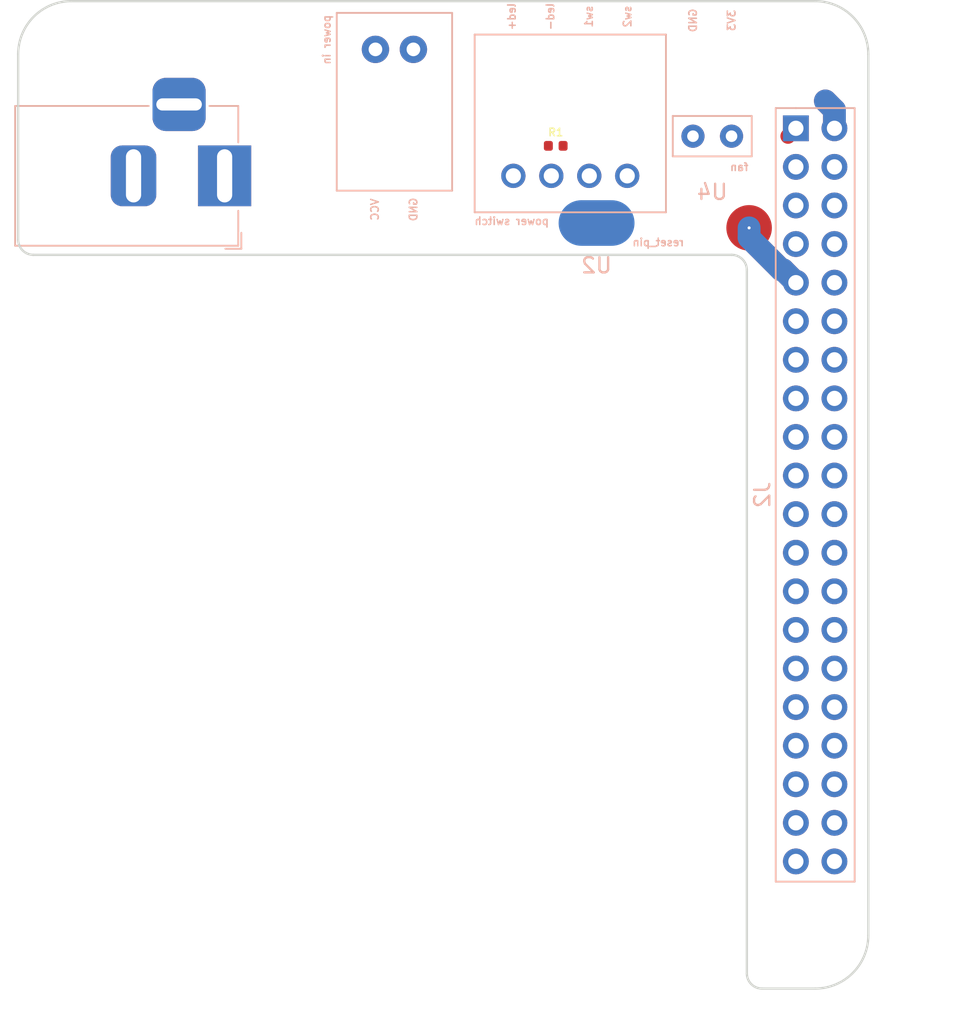
<source format=kicad_pcb>
(kicad_pcb (version 20171130) (host pcbnew "(5.1.4)-1")

  (general
    (thickness 1.6)
    (drawings 24)
    (tracks 15)
    (zones 0)
    (modules 10)
    (nets 36)
  )

  (page A4)
  (layers
    (0 F.Cu signal)
    (1 In1.Cu signal)
    (2 In2.Cu signal)
    (31 B.Cu signal)
    (32 B.Adhes user)
    (33 F.Adhes user)
    (34 B.Paste user)
    (35 F.Paste user)
    (36 B.SilkS user)
    (37 F.SilkS user)
    (38 B.Mask user)
    (39 F.Mask user)
    (40 Dwgs.User user)
    (41 Cmts.User user)
    (42 Eco1.User user)
    (43 Eco2.User user)
    (44 Edge.Cuts user)
    (45 Margin user)
    (46 B.CrtYd user)
    (47 F.CrtYd user)
    (48 B.Fab user)
    (49 F.Fab user)
  )

  (setup
    (last_trace_width 0.15)
    (user_trace_width 0.16)
    (user_trace_width 0.2)
    (user_trace_width 0.25)
    (user_trace_width 0.4)
    (user_trace_width 0.5)
    (user_trace_width 0.6)
    (user_trace_width 1)
    (user_trace_width 1.5)
    (user_trace_width 2)
    (user_trace_width 3)
    (trace_clearance 0.2)
    (zone_clearance 0.2)
    (zone_45_only yes)
    (trace_min 0.15)
    (via_size 0.4)
    (via_drill 0.2)
    (via_min_size 0.4)
    (via_min_drill 0.2)
    (uvia_size 0.3)
    (uvia_drill 0.1)
    (uvias_allowed no)
    (uvia_min_size 0.2)
    (uvia_min_drill 0.1)
    (edge_width 0.15)
    (segment_width 0.15)
    (pcb_text_width 0.3)
    (pcb_text_size 1.5 1.5)
    (mod_edge_width 0.15)
    (mod_text_size 0.6 0.6)
    (mod_text_width 0.09)
    (pad_size 1.524 1.524)
    (pad_drill 0.762)
    (pad_to_mask_clearance 0.1)
    (aux_axis_origin 0 0)
    (visible_elements 7FFFFE3F)
    (pcbplotparams
      (layerselection 0x010f8_80000007)
      (usegerberextensions false)
      (usegerberattributes false)
      (usegerberadvancedattributes false)
      (creategerberjobfile false)
      (excludeedgelayer false)
      (linewidth 0.100000)
      (plotframeref false)
      (viasonmask false)
      (mode 1)
      (useauxorigin false)
      (hpglpennumber 1)
      (hpglpenspeed 20)
      (hpglpendiameter 15.000000)
      (psnegative false)
      (psa4output false)
      (plotreference true)
      (plotvalue false)
      (plotinvisibletext false)
      (padsonsilk true)
      (subtractmaskfromsilk false)
      (outputformat 1)
      (mirror false)
      (drillshape 0)
      (scaleselection 1)
      (outputdirectory "prod"))
  )

  (net 0 "")
  (net 1 "Net-(J2-Pad3)")
  (net 2 "Net-(J2-Pad15)")
  (net 3 "Net-(J2-Pad16)")
  (net 4 "Net-(J2-Pad4)")
  (net 5 "Net-(J2-Pad5)")
  (net 6 "Net-(J2-Pad23)")
  (net 7 "Net-(J2-Pad24)")
  (net 8 "Net-(J2-Pad11)")
  (net 9 "Net-(J2-Pad12)")
  (net 10 "Net-(J2-Pad27)")
  (net 11 "Net-(J2-Pad28)")
  (net 12 "Net-(J2-Pad13)")
  (net 13 "Net-(J2-Pad10)")
  (net 14 "Net-(J2-Pad19)")
  (net 15 "Net-(J2-Pad37)")
  (net 16 "Net-(J2-Pad38)")
  (net 17 "Net-(J2-Pad33)")
  (net 18 "Net-(J2-Pad35)")
  (net 19 "Net-(J2-Pad36)")
  (net 20 "Net-(J2-Pad17)")
  (net 21 "Net-(J2-Pad18)")
  (net 22 "Net-(J2-Pad31)")
  (net 23 "Net-(J2-Pad32)")
  (net 24 "Net-(J2-Pad7)")
  (net 25 "Net-(J2-Pad8)")
  (net 26 "Net-(J2-Pad29)")
  (net 27 "Net-(J2-Pad21)")
  (net 28 "Net-(J2-Pad22)")
  (net 29 "Net-(J2-Pad26)")
  (net 30 "Net-(J2-Pad40)")
  (net 31 5V)
  (net 32 GND)
  (net 33 +3V3)
  (net 34 "Net-(R1-Pad1)")
  (net 35 "Net-(U2-Pad1)")

  (net_class Default "This is the default net class."
    (clearance 0.2)
    (trace_width 0.15)
    (via_dia 0.4)
    (via_drill 0.2)
    (uvia_dia 0.3)
    (uvia_drill 0.1)
    (add_net +3V3)
    (add_net 5V)
    (add_net GND)
    (add_net "Net-(J2-Pad10)")
    (add_net "Net-(J2-Pad11)")
    (add_net "Net-(J2-Pad12)")
    (add_net "Net-(J2-Pad13)")
    (add_net "Net-(J2-Pad15)")
    (add_net "Net-(J2-Pad16)")
    (add_net "Net-(J2-Pad17)")
    (add_net "Net-(J2-Pad18)")
    (add_net "Net-(J2-Pad19)")
    (add_net "Net-(J2-Pad21)")
    (add_net "Net-(J2-Pad22)")
    (add_net "Net-(J2-Pad23)")
    (add_net "Net-(J2-Pad24)")
    (add_net "Net-(J2-Pad26)")
    (add_net "Net-(J2-Pad27)")
    (add_net "Net-(J2-Pad28)")
    (add_net "Net-(J2-Pad29)")
    (add_net "Net-(J2-Pad3)")
    (add_net "Net-(J2-Pad31)")
    (add_net "Net-(J2-Pad32)")
    (add_net "Net-(J2-Pad33)")
    (add_net "Net-(J2-Pad35)")
    (add_net "Net-(J2-Pad36)")
    (add_net "Net-(J2-Pad37)")
    (add_net "Net-(J2-Pad38)")
    (add_net "Net-(J2-Pad4)")
    (add_net "Net-(J2-Pad40)")
    (add_net "Net-(J2-Pad5)")
    (add_net "Net-(J2-Pad7)")
    (add_net "Net-(J2-Pad8)")
    (add_net "Net-(R1-Pad1)")
    (add_net "Net-(U2-Pad1)")
  )

  (module hoshina_library:XH4PIN_S (layer B.Cu) (tedit 5D7245AC) (tstamp 5D731BFF)
    (at 32.62 11.5)
    (path /5D76ADEE)
    (fp_text reference U3 (at -7.62 -7.62) (layer B.CrtYd)
      (effects (font (size 1 1) (thickness 0.15)) (justify mirror))
    )
    (fp_text value XH_4PIN (at -7.62 -5.08) (layer B.Fab)
      (effects (font (size 1 1) (thickness 0.15)) (justify mirror))
    )
    (fp_line (start 10.05 -9.3) (end -2.55 -9.3) (layer B.SilkS) (width 0.12))
    (fp_line (start 10.05 2.4) (end 10.05 -9.3) (layer B.SilkS) (width 0.12))
    (fp_line (start -2.55 2.4) (end 10.05 2.4) (layer B.SilkS) (width 0.12))
    (fp_line (start -2.55 -9.3) (end -2.55 2.4) (layer B.SilkS) (width 0.12))
    (fp_line (start -2.45 -9.2) (end -2.45 2.3) (layer B.CrtYd) (width 0.12))
    (fp_line (start 9.95 -9.2) (end -2.45 -9.2) (layer B.CrtYd) (width 0.12))
    (fp_line (start 9.95 2.3) (end 9.95 -9.2) (layer B.CrtYd) (width 0.12))
    (fp_line (start -2.45 2.3) (end 9.95 2.3) (layer B.CrtYd) (width 0.12))
    (pad 4 thru_hole circle (at 7.5 0) (size 1.6 1.6) (drill 1) (layers *.Cu *.Mask)
      (net 32 GND))
    (pad 3 thru_hole circle (at 5 0) (size 1.6 1.6) (drill 1) (layers *.Cu *.Mask)
      (net 35 "Net-(U2-Pad1)"))
    (pad 2 thru_hole circle (at 2.5 0) (size 1.6 1.6) (drill 1) (layers *.Cu *.Mask)
      (net 34 "Net-(R1-Pad1)"))
    (pad 1 thru_hole circle (at 0 0) (size 1.6 1.6) (drill 1) (layers *.Cu *.Mask)
      (net 33 +3V3))
  )

  (module hoshina_library:1PIN (layer B.Cu) (tedit 5D7247F1) (tstamp 5D794EE4)
    (at 38.1 14.605 270)
    (path /5D76DD85)
    (fp_text reference U2 (at 2.794 0) (layer B.SilkS)
      (effects (font (size 1 1) (thickness 0.15)) (justify mirror))
    )
    (fp_text value 1PIN (at 0 -1.405 90) (layer B.Fab)
      (effects (font (size 1 1) (thickness 0.15)) (justify mirror))
    )
    (pad 1 smd oval (at 0 0 270) (size 3 5) (layers B.Cu B.Paste B.Mask)
      (net 35 "Net-(U2-Pad1)"))
  )

  (module hoshina_library:register_0603 (layer F.Cu) (tedit 5D5E2182) (tstamp 5D731BD0)
    (at 35.41 9.525)
    (descr aitendo_R0603-1)
    (tags capacitor)
    (path /5D76C583)
    (attr smd)
    (fp_text reference R1 (at 0 -0.889) (layer F.SilkS)
      (effects (font (size 0.5 0.5) (thickness 0.1)))
    )
    (fp_text value R (at 0 1.17) (layer F.Fab)
      (effects (font (size 1 1) (thickness 0.15)))
    )
    (fp_text user %R (at 0 0) (layer F.Fab)
      (effects (font (size 0.25 0.25) (thickness 0.04)))
    )
    (fp_line (start 0.93 0.47) (end -0.93 0.47) (layer F.CrtYd) (width 0.05))
    (fp_line (start 0.93 -0.47) (end 0.93 0.47) (layer F.CrtYd) (width 0.05))
    (fp_line (start -0.93 -0.47) (end 0.93 -0.47) (layer F.CrtYd) (width 0.05))
    (fp_line (start -0.93 0.47) (end -0.93 -0.47) (layer F.CrtYd) (width 0.05))
    (fp_line (start 0.5 0.25) (end -0.5 0.25) (layer F.Fab) (width 0.1))
    (fp_line (start 0.5 -0.25) (end 0.5 0.25) (layer F.Fab) (width 0.1))
    (fp_line (start -0.5 -0.25) (end 0.5 -0.25) (layer F.Fab) (width 0.1))
    (fp_line (start -0.5 0.25) (end -0.5 -0.25) (layer F.Fab) (width 0.1))
    (pad 2 smd roundrect (at 0.485 0) (size 0.59 0.64) (layers F.Cu F.Paste F.Mask) (roundrect_rratio 0.25)
      (net 32 GND))
    (pad 1 smd roundrect (at -0.485 0) (size 0.59 0.64) (layers F.Cu F.Paste F.Mask) (roundrect_rratio 0.25)
      (net 34 "Net-(R1-Pad1)"))
    (model ${KISYS3DMOD}/Capacitor_SMD.3dshapes/C_0402_1005Metric.wrl
      (at (xyz 0 0 0))
      (scale (xyz 1 1 1))
      (rotate (xyz 0 0 0))
    )
  )

  (module hoshina_library:Thinker_board_pin (layer F.Cu) (tedit 5D70C012) (tstamp 5D711A1A)
    (at 51.23 8.37)
    (descr "Raspberry Pi Zero using through hole straight pin socket, 2x20, 2.54mm pitch, https://www.raspberrypi.org/documentation/hardware/raspberrypi/mechanical/rpi_MECH_Zero_1p2.pdf")
    (tags "raspberry pi zero through hole")
    (path /5D71C5B8)
    (fp_text reference J2 (at -2.208 24.13 -90) (layer B.SilkS)
      (effects (font (size 1 1) (thickness 0.15)) (justify mirror))
    )
    (fp_text value Thinker_board_S (at 10.23 24.13 270) (layer F.Fab)
      (effects (font (size 1 1) (thickness 0.15)))
    )
    (fp_text user %R (at 1.27 24.13 90) (layer B.Fab)
      (effects (font (size 1 1) (thickness 0.15)) (justify mirror))
    )
    (fp_line (start 3.81 49.53) (end 3.81 -1.27) (layer B.Fab) (width 0.1))
    (fp_line (start -1.27 49.53) (end 3.81 49.53) (layer B.Fab) (width 0.1))
    (fp_line (start 3.87 -1.33) (end 3.87 49.59) (layer B.SilkS) (width 0.12))
    (fp_line (start 3.87 -1.33) (end 0 -1.33) (layer B.SilkS) (width 0.12))
    (fp_line (start -1.76 -1.8) (end -1.76 50) (layer B.CrtYd) (width 0.05))
    (fp_line (start 4.34 -1.8) (end -1.76 -1.8) (layer B.CrtYd) (width 0.05))
    (fp_line (start 4.34 50) (end 4.34 -1.8) (layer B.CrtYd) (width 0.05))
    (fp_line (start -1.76 50) (end 4.34 50) (layer B.CrtYd) (width 0.05))
    (fp_line (start 0 -1.33) (end -1.33 -1.33) (layer B.SilkS) (width 0.12))
    (fp_line (start -1.33 -1.33) (end -1.33 0) (layer B.SilkS) (width 0.12))
    (fp_line (start -1.33 0) (end -1.33 49.59) (layer B.SilkS) (width 0.12))
    (fp_line (start 3.87 49.59) (end -1.33 49.59) (layer B.SilkS) (width 0.12))
    (fp_line (start -0.27 -1.27) (end -1.27 -0.27) (layer B.Fab) (width 0.1))
    (fp_line (start 3.81 -1.27) (end -0.27 -1.27) (layer B.Fab) (width 0.1))
    (fp_line (start -1.27 -0.27) (end -1.27 49.53) (layer B.Fab) (width 0.1))
    (pad 40 thru_hole oval (at 2.54 48.26 180) (size 1.7 1.7) (drill 1) (layers *.Cu *.Mask)
      (net 30 "Net-(J2-Pad40)"))
    (pad 39 thru_hole oval (at 0 48.26 180) (size 1.7 1.7) (drill 1) (layers *.Cu *.Mask)
      (net 32 GND))
    (pad 26 thru_hole oval (at 2.54 30.48 180) (size 1.7 1.7) (drill 1) (layers *.Cu *.Mask)
      (net 29 "Net-(J2-Pad26)"))
    (pad 25 thru_hole oval (at 0 30.48 180) (size 1.7 1.7) (drill 1) (layers *.Cu *.Mask)
      (net 32 GND))
    (pad 22 thru_hole oval (at 2.54 25.4 180) (size 1.7 1.7) (drill 1) (layers *.Cu *.Mask)
      (net 28 "Net-(J2-Pad22)"))
    (pad 21 thru_hole oval (at 0 25.4 180) (size 1.7 1.7) (drill 1) (layers *.Cu *.Mask)
      (net 27 "Net-(J2-Pad21)"))
    (pad 30 thru_hole oval (at 2.54 35.56 180) (size 1.7 1.7) (drill 1) (layers *.Cu *.Mask)
      (net 32 GND))
    (pad 29 thru_hole oval (at 0 35.56 180) (size 1.7 1.7) (drill 1) (layers *.Cu *.Mask)
      (net 26 "Net-(J2-Pad29)"))
    (pad 8 thru_hole oval (at 2.54 7.62 180) (size 1.7 1.7) (drill 1) (layers *.Cu *.Mask)
      (net 25 "Net-(J2-Pad8)"))
    (pad 7 thru_hole oval (at 0 7.62 180) (size 1.7 1.7) (drill 1) (layers *.Cu *.Mask)
      (net 24 "Net-(J2-Pad7)"))
    (pad 32 thru_hole oval (at 2.54 38.1 180) (size 1.7 1.7) (drill 1) (layers *.Cu *.Mask)
      (net 23 "Net-(J2-Pad32)"))
    (pad 31 thru_hole oval (at 0 38.1 180) (size 1.7 1.7) (drill 1) (layers *.Cu *.Mask)
      (net 22 "Net-(J2-Pad31)"))
    (pad 18 thru_hole oval (at 2.54 20.32 180) (size 1.7 1.7) (drill 1) (layers *.Cu *.Mask)
      (net 21 "Net-(J2-Pad18)"))
    (pad 17 thru_hole oval (at 0 20.32 180) (size 1.7 1.7) (drill 1) (layers *.Cu *.Mask)
      (net 20 "Net-(J2-Pad17)"))
    (pad 36 thru_hole oval (at 2.54 43.18 180) (size 1.7 1.7) (drill 1) (layers *.Cu *.Mask)
      (net 19 "Net-(J2-Pad36)"))
    (pad 35 thru_hole oval (at 0 43.18 180) (size 1.7 1.7) (drill 1) (layers *.Cu *.Mask)
      (net 18 "Net-(J2-Pad35)"))
    (pad 34 thru_hole oval (at 2.54 40.64 180) (size 1.7 1.7) (drill 1) (layers *.Cu *.Mask)
      (net 32 GND))
    (pad 33 thru_hole oval (at 0 40.64 180) (size 1.7 1.7) (drill 1) (layers *.Cu *.Mask)
      (net 17 "Net-(J2-Pad33)"))
    (pad 38 thru_hole oval (at 2.54 45.72 180) (size 1.7 1.7) (drill 1) (layers *.Cu *.Mask)
      (net 16 "Net-(J2-Pad38)"))
    (pad 37 thru_hole oval (at 0 45.72 180) (size 1.7 1.7) (drill 1) (layers *.Cu *.Mask)
      (net 15 "Net-(J2-Pad37)"))
    (pad 20 thru_hole oval (at 2.54 22.86 180) (size 1.7 1.7) (drill 1) (layers *.Cu *.Mask)
      (net 32 GND))
    (pad 19 thru_hole oval (at 0 22.86 180) (size 1.7 1.7) (drill 1) (layers *.Cu *.Mask)
      (net 14 "Net-(J2-Pad19)"))
    (pad 10 thru_hole oval (at 2.54 10.16 180) (size 1.7 1.7) (drill 1) (layers *.Cu *.Mask)
      (net 13 "Net-(J2-Pad10)"))
    (pad 9 thru_hole oval (at 0 10.16 180) (size 1.7 1.7) (drill 1) (layers *.Cu *.Mask)
      (net 32 GND))
    (pad 14 thru_hole oval (at 2.54 15.24 180) (size 1.7 1.7) (drill 1) (layers *.Cu *.Mask)
      (net 32 GND))
    (pad 13 thru_hole oval (at 0 15.24 180) (size 1.7 1.7) (drill 1) (layers *.Cu *.Mask)
      (net 12 "Net-(J2-Pad13)"))
    (pad 28 thru_hole oval (at 2.54 33.02 180) (size 1.7 1.7) (drill 1) (layers *.Cu *.Mask)
      (net 11 "Net-(J2-Pad28)"))
    (pad 27 thru_hole oval (at 0 33.02 180) (size 1.7 1.7) (drill 1) (layers *.Cu *.Mask)
      (net 10 "Net-(J2-Pad27)"))
    (pad 12 thru_hole oval (at 2.54 12.7 180) (size 1.7 1.7) (drill 1) (layers *.Cu *.Mask)
      (net 9 "Net-(J2-Pad12)"))
    (pad 11 thru_hole oval (at 0 12.7 180) (size 1.7 1.7) (drill 1) (layers *.Cu *.Mask)
      (net 8 "Net-(J2-Pad11)"))
    (pad 24 thru_hole oval (at 2.54 27.94 180) (size 1.7 1.7) (drill 1) (layers *.Cu *.Mask)
      (net 7 "Net-(J2-Pad24)"))
    (pad 23 thru_hole oval (at 0 27.94 180) (size 1.7 1.7) (drill 1) (layers *.Cu *.Mask)
      (net 6 "Net-(J2-Pad23)"))
    (pad 1 thru_hole rect (at 0 0 180) (size 1.7 1.7) (drill 1) (layers *.Cu *.Mask)
      (net 33 +3V3))
    (pad 2 thru_hole oval (at 2.54 0 180) (size 1.7 1.7) (drill 1) (layers *.Cu *.Mask)
      (net 31 5V))
    (pad 5 thru_hole oval (at 0 5.08 180) (size 1.7 1.7) (drill 1) (layers *.Cu *.Mask)
      (net 5 "Net-(J2-Pad5)"))
    (pad 4 thru_hole oval (at 2.54 2.54 180) (size 1.7 1.7) (drill 1) (layers *.Cu *.Mask)
      (net 4 "Net-(J2-Pad4)"))
    (pad 16 thru_hole oval (at 2.54 17.78 180) (size 1.7 1.7) (drill 1) (layers *.Cu *.Mask)
      (net 3 "Net-(J2-Pad16)"))
    (pad 15 thru_hole oval (at 0 17.78 180) (size 1.7 1.7) (drill 1) (layers *.Cu *.Mask)
      (net 2 "Net-(J2-Pad15)"))
    (pad 3 thru_hole oval (at 0 2.54 180) (size 1.7 1.7) (drill 1) (layers *.Cu *.Mask)
      (net 1 "Net-(J2-Pad3)"))
    (pad 6 thru_hole oval (at 2.54 5.08 180) (size 1.7 1.7) (drill 1) (layers *.Cu *.Mask)
      (net 32 GND))
    (model ${KISYS3DMOD}/Module.3dshapes/Raspberry_Pi_Zero_Socketed_THT_FaceDown_MountingHoles.wrl
      (at (xyz 0 0 0))
      (scale (xyz 1 1 1))
      (rotate (xyz 0 0 0))
    )
  )

  (module hoshina_library:S2B-XH-A (layer B.Cu) (tedit 5D5E2082) (tstamp 5D70EEED)
    (at 26.035 3.175 270)
    (path /5D710EE3)
    (fp_text reference U1 (at 0 -5.5 90) (layer B.CrtYd)
      (effects (font (size 1 1) (thickness 0.15)) (justify mirror))
    )
    (fp_text value XH_S (at 0 -4.5 90) (layer B.Fab)
      (effects (font (size 1 1) (thickness 0.15)) (justify mirror))
    )
    (fp_line (start 9.3 5.05) (end 9.3 -2.55) (layer B.SilkS) (width 0.12))
    (fp_line (start -2.4 -2.55) (end 9.3 -2.55) (layer B.SilkS) (width 0.12))
    (fp_line (start -2.4 5.05) (end -2.4 -2.55) (layer B.SilkS) (width 0.12))
    (fp_line (start 9.3 5.05) (end -2.4 5.05) (layer B.SilkS) (width 0.12))
    (fp_line (start -2.3 -2.45) (end 9.2 -2.45) (layer B.CrtYd) (width 0.12))
    (fp_line (start -2.3 4.95) (end -2.3 -2.45) (layer B.CrtYd) (width 0.12))
    (fp_line (start 9.2 4.95) (end -2.3 4.95) (layer B.CrtYd) (width 0.12))
    (fp_line (start 9.2 4.95) (end 9.2 -2.45) (layer B.CrtYd) (width 0.12))
    (pad 1 thru_hole circle (at 0 2.5 270) (size 1.8 1.8) (drill 0.9) (layers *.Cu *.Mask)
      (net 31 5V))
    (pad 2 thru_hole circle (at 0 0 270) (size 1.8 1.8) (drill 0.9) (layers *.Cu *.Mask)
      (net 32 GND))
  )

  (module hoshina_library:Hole_2.7mm (layer F.Cu) (tedit 5D70EF11) (tstamp 5D7144FE)
    (at 3.5 3.5)
    (path /5D712F7D)
    (fp_text reference H1 (at 0 5) (layer F.CrtYd)
      (effects (font (size 1 1) (thickness 0.15)))
    )
    (fp_text value Hole_2.7mm (at 0 2.5) (layer F.Fab)
      (effects (font (size 1 1) (thickness 0.15)))
    )
    (pad "" np_thru_hole circle (at 0 0) (size 2.7 2.7) (drill 2.7) (layers *.Cu *.Mask))
  )

  (module hoshina_library:Hole_2.7mm (layer F.Cu) (tedit 5D70EF11) (tstamp 5D714503)
    (at 52.5 3.5)
    (path /5D712FF0)
    (fp_text reference H2 (at 0 5) (layer F.CrtYd)
      (effects (font (size 1 1) (thickness 0.15)))
    )
    (fp_text value Hole_2.7mm (at 0 2.5) (layer F.Fab)
      (effects (font (size 1 1) (thickness 0.15)))
    )
    (pad "" np_thru_hole circle (at 0 0) (size 2.7 2.7) (drill 2.7) (layers *.Cu *.Mask))
  )

  (module hoshina_library:Hole_2.7mm (layer F.Cu) (tedit 5D70EF11) (tstamp 5D714508)
    (at 52.5 61.5)
    (path /5D7131FF)
    (fp_text reference H3 (at 0 5) (layer F.CrtYd)
      (effects (font (size 1 1) (thickness 0.15)))
    )
    (fp_text value Hole_2.7mm (at 0 2.5) (layer F.Fab)
      (effects (font (size 1 1) (thickness 0.15)))
    )
    (pad "" np_thru_hole circle (at 0 0) (size 2.7 2.7) (drill 2.7) (layers *.Cu *.Mask))
  )

  (module hoshina_library:2_pin (layer B.Cu) (tedit 5D78FE9C) (tstamp 5D794B69)
    (at 45.72 8.89 180)
    (path /5D790A94)
    (fp_text reference U4 (at 0 -3.675) (layer B.SilkS)
      (effects (font (size 1 1) (thickness 0.15)) (justify mirror))
    )
    (fp_text value 2_pin (at 0 -2.675) (layer B.Fab)
      (effects (font (size 1 1) (thickness 0.15)) (justify mirror))
    )
    (fp_line (start 2.6 1.33) (end 2.6 -1.33) (layer B.SilkS) (width 0.12))
    (fp_line (start 2.6 -1.33) (end -2.6 -1.33) (layer B.SilkS) (width 0.12))
    (fp_line (start -2.6 -1.33) (end -2.6 1.33) (layer B.SilkS) (width 0.12))
    (fp_line (start -2.6 1.33) (end 2.6 1.33) (layer B.SilkS) (width 0.12))
    (fp_line (start 1.143 5.842) (end 1.397 5.842) (layer B.Fab) (width 0.12))
    (fp_line (start 1.397 5.842) (end 1.397 1.524) (layer B.Fab) (width 0.12))
    (fp_line (start 1.143 1.524) (end 1.143 5.842) (layer B.Fab) (width 0.12))
    (fp_line (start -1.143 5.842) (end -1.143 1.524) (layer B.Fab) (width 0.12))
    (fp_line (start -1.397 5.842) (end -1.143 5.842) (layer B.Fab) (width 0.12))
    (fp_line (start -1.397 1.524) (end -1.397 5.842) (layer B.Fab) (width 0.12))
    (fp_line (start -2.54 -1.27) (end -2.54 1.27) (layer B.CrtYd) (width 0.12))
    (fp_line (start 2.54 -1.27) (end -2.54 -1.27) (layer B.CrtYd) (width 0.12))
    (fp_line (start 2.54 1.27) (end 2.54 -1.27) (layer B.CrtYd) (width 0.12))
    (fp_line (start -2.54 1.27) (end 2.54 1.27) (layer B.CrtYd) (width 0.12))
    (pad 2 thru_hole circle (at 1.27 0 180) (size 1.524 1.524) (drill 0.762) (layers *.Cu *.Mask)
      (net 32 GND))
    (pad 1 thru_hole circle (at -1.27 0 180) (size 1.524 1.524) (drill 0.762) (layers *.Cu *.Mask)
      (net 33 +3V3))
  )

  (module hoshina_library:DCJ (layer B.Cu) (tedit 5D5E5FEB) (tstamp 5D795754)
    (at 13.6 11.5)
    (descr "akituki DC jack 4A")
    (tags "Power Jack")
    (path /5D792B55)
    (fp_text reference J1 (at -8.45 -5.75) (layer B.CrtYd)
      (effects (font (size 1 1) (thickness 0.15)) (justify mirror))
    )
    (fp_text value Jack-DC (at -6.2 5.5) (layer B.Fab)
      (effects (font (size 1 1) (thickness 0.15)) (justify mirror))
    )
    (fp_text user %R (at -3 2.95) (layer B.Fab)
      (effects (font (size 1 1) (thickness 0.15)) (justify mirror))
    )
    (fp_line (start -0.003213 4.505425) (end 0.8 3.75) (layer B.Fab) (width 0.1))
    (fp_line (start 1.1 3.75) (end 1.1 4.8) (layer B.SilkS) (width 0.12))
    (fp_line (start 0.05 4.8) (end 1.1 4.8) (layer B.SilkS) (width 0.12))
    (fp_line (start 1 4.5) (end 1 4.75) (layer B.CrtYd) (width 0.05))
    (fp_line (start 1 4.75) (end -14 4.75) (layer B.CrtYd) (width 0.05))
    (fp_line (start 1 4.5) (end 1 2) (layer B.CrtYd) (width 0.05))
    (fp_line (start 1 2) (end 2 2) (layer B.CrtYd) (width 0.05))
    (fp_line (start 2 2) (end 2 -2) (layer B.CrtYd) (width 0.05))
    (fp_line (start 2 -2) (end 1 -2) (layer B.CrtYd) (width 0.05))
    (fp_line (start 1 -2) (end 1 -4.75) (layer B.CrtYd) (width 0.05))
    (fp_line (start 1 -4.75) (end -1 -4.75) (layer B.CrtYd) (width 0.05))
    (fp_line (start -1 -4.75) (end -1 -6.75) (layer B.CrtYd) (width 0.05))
    (fp_line (start -1 -6.75) (end -5 -6.75) (layer B.CrtYd) (width 0.05))
    (fp_line (start -5 -6.75) (end -5 -4.75) (layer B.CrtYd) (width 0.05))
    (fp_line (start -5 -4.75) (end -14 -4.75) (layer B.CrtYd) (width 0.05))
    (fp_line (start -14 -4.75) (end -14 4.75) (layer B.CrtYd) (width 0.05))
    (fp_line (start -5 -4.6) (end -13.8 -4.6) (layer B.SilkS) (width 0.12))
    (fp_line (start -13.8 -4.6) (end -13.8 4.6) (layer B.SilkS) (width 0.12))
    (fp_line (start 0.9 -2.2) (end 0.9 -4.6) (layer B.SilkS) (width 0.12))
    (fp_line (start 0.9 -4.6) (end -1 -4.6) (layer B.SilkS) (width 0.12))
    (fp_line (start -13.8 4.6) (end 0.9 4.6) (layer B.SilkS) (width 0.12))
    (fp_line (start 0.9 4.6) (end 0.9 2.3) (layer B.SilkS) (width 0.12))
    (fp_line (start -10.2 4.5) (end -10.2 -4.5) (layer B.Fab) (width 0.1))
    (fp_line (start -13.7 4.5) (end -13.7 -4.5) (layer B.Fab) (width 0.1))
    (fp_line (start -13.7 -4.5) (end 0.8 -4.5) (layer B.Fab) (width 0.1))
    (fp_line (start 0.8 -4.5) (end 0.8 3.75) (layer B.Fab) (width 0.1))
    (fp_line (start 0 4.5) (end -13.7 4.5) (layer B.Fab) (width 0.1))
    (pad 1 thru_hole rect (at 0 0) (size 3.5 4) (drill oval 1 3.5) (layers *.Cu *.Mask)
      (net 32 GND))
    (pad 2 thru_hole roundrect (at -6 0) (size 3 4) (drill oval 1 3.5) (layers *.Cu *.Mask) (roundrect_rratio 0.25)
      (net 31 5V))
    (pad 3 thru_hole roundrect (at -3 -4.7) (size 3.5 3.5) (drill oval 3 0.8) (layers *.Cu *.Mask) (roundrect_rratio 0.25))
    (model ${KISYS3DMOD}/Connector_BarrelJack.3dshapes/BarrelJack_Horizontal.wrl
      (at (xyz 0 0 0))
      (scale (xyz 1 1 1))
      (rotate (xyz 0 0 0))
    )
  )

  (gr_text "power in" (at 20.32 2.54 90) (layer B.SilkS)
    (effects (font (size 0.5 0.5) (thickness 0.1)) (justify mirror))
  )
  (gr_text "power switch" (at 32.512 14.478) (layer B.SilkS)
    (effects (font (size 0.5 0.5) (thickness 0.1)) (justify mirror))
  )
  (gr_text fan (at 47.498 10.922) (layer B.SilkS)
    (effects (font (size 0.5 0.5) (thickness 0.1)) (justify mirror))
  )
  (gr_text reset_pin (at 42.164 15.875) (layer B.SilkS)
    (effects (font (size 0.5 0.5) (thickness 0.1)) (justify mirror))
  )
  (gr_text GND (at 44.45 1.27 90) (layer B.SilkS) (tstamp 5D794BC9)
    (effects (font (size 0.5 0.5) (thickness 0.1)) (justify mirror))
  )
  (gr_text 3V3 (at 46.99 1.27 90) (layer B.SilkS) (tstamp 5D794BC7)
    (effects (font (size 0.5 0.5) (thickness 0.1)) (justify mirror))
  )
  (gr_arc (start 47 17.7) (end 48 17.7) (angle -90) (layer Edge.Cuts) (width 0.15) (tstamp 5D7327DA))
  (gr_text sw2 (at 40.132 1.016 90) (layer B.SilkS) (tstamp 5D7320EF)
    (effects (font (size 0.5 0.5) (thickness 0.1)) (justify mirror))
  )
  (gr_text sw1 (at 37.592 1.016 90) (layer B.SilkS) (tstamp 5D7320ED)
    (effects (font (size 0.5 0.5) (thickness 0.1)) (justify mirror))
  )
  (gr_text led+ (at 32.512 1.016 90) (layer B.SilkS) (tstamp 5D732012)
    (effects (font (size 0.5 0.5) (thickness 0.1)) (justify mirror))
  )
  (gr_text led- (at 35.052 1.016 90) (layer B.SilkS) (tstamp 5D73200D)
    (effects (font (size 0.5 0.5) (thickness 0.1)) (justify mirror))
  )
  (gr_text GND (at 26.035 13.716 90) (layer B.SilkS) (tstamp 5D70F191)
    (effects (font (size 0.5 0.5) (thickness 0.1)) (justify mirror))
  )
  (gr_text VCC (at 23.495 13.716 90) (layer B.SilkS)
    (effects (font (size 0.5 0.5) (thickness 0.1)) (justify mirror))
  )
  (gr_arc (start 49 64) (end 48 64) (angle -90) (layer Edge.Cuts) (width 0.15))
  (gr_arc (start 1 15.7) (end 0 15.7) (angle -90) (layer Edge.Cuts) (width 0.15))
  (gr_arc (start 52.5 61.5) (end 52.5 65) (angle -90) (layer Edge.Cuts) (width 0.15))
  (gr_arc (start 52.5 3.5) (end 56 3.5) (angle -90) (layer Edge.Cuts) (width 0.15))
  (gr_arc (start 3.5 3.5) (end 3.5 0) (angle -90) (layer Edge.Cuts) (width 0.15))
  (gr_line (start 49 65) (end 52.5 65) (layer Edge.Cuts) (width 0.15) (tstamp 5D711C5C))
  (gr_line (start 48 17.7) (end 48 64) (layer Edge.Cuts) (width 0.15))
  (gr_line (start 56 3.5) (end 56 61.5) (layer Edge.Cuts) (width 0.15))
  (gr_line (start 1 16.7) (end 47 16.7) (layer Edge.Cuts) (width 0.15))
  (gr_line (start 0 3.5) (end 0 15.7) (layer Edge.Cuts) (width 0.15))
  (gr_line (start 3.5 0) (end 52.5 0) (layer Edge.Cuts) (width 0.15))

  (segment (start 53.77 7.167919) (end 53.77 8.37) (width 1.5) (layer F.Cu) (net 31))
  (segment (start 53.17208 6.569999) (end 53.77 7.167919) (width 1.5) (layer F.Cu) (net 31))
  (segment (start 53.77 8.37) (end 53.77 7.167919) (width 1.5) (layer B.Cu) (net 31))
  (segment (start 53.77 7.167919) (end 53.17208 6.569999) (width 1.5) (layer B.Cu) (net 31))
  (segment (start 48.148748 14.92499) (end 48.148748 14.92499) (width 3) (layer F.Cu) (net 32) (tstamp 5D794C9F))
  (via (at 48.148748 14.92499) (size 0.4) (drill 0.2) (layers F.Cu B.Cu) (net 32))
  (segment (start 50.380001 17.680001) (end 51.23 18.53) (width 1.5) (layer F.Cu) (net 32))
  (segment (start 50.255999 17.680001) (end 50.380001 17.680001) (width 1.5) (layer F.Cu) (net 32))
  (segment (start 48.148748 14.92499) (end 48.148748 15.57275) (width 1.5) (layer F.Cu) (net 32))
  (segment (start 48.148748 15.57275) (end 50.255999 17.680001) (width 1.5) (layer F.Cu) (net 32))
  (segment (start 50.380001 17.680001) (end 51.23 18.53) (width 1.5) (layer B.Cu) (net 32))
  (segment (start 50.255999 17.680001) (end 50.380001 17.680001) (width 1.5) (layer B.Cu) (net 32))
  (segment (start 48.148748 14.92499) (end 48.148748 15.57275) (width 1.5) (layer B.Cu) (net 32))
  (segment (start 48.148748 15.57275) (end 50.255999 17.680001) (width 1.5) (layer B.Cu) (net 32))
  (segment (start 50.71 8.89) (end 51.23 8.37) (width 1) (layer F.Cu) (net 33))

)

</source>
